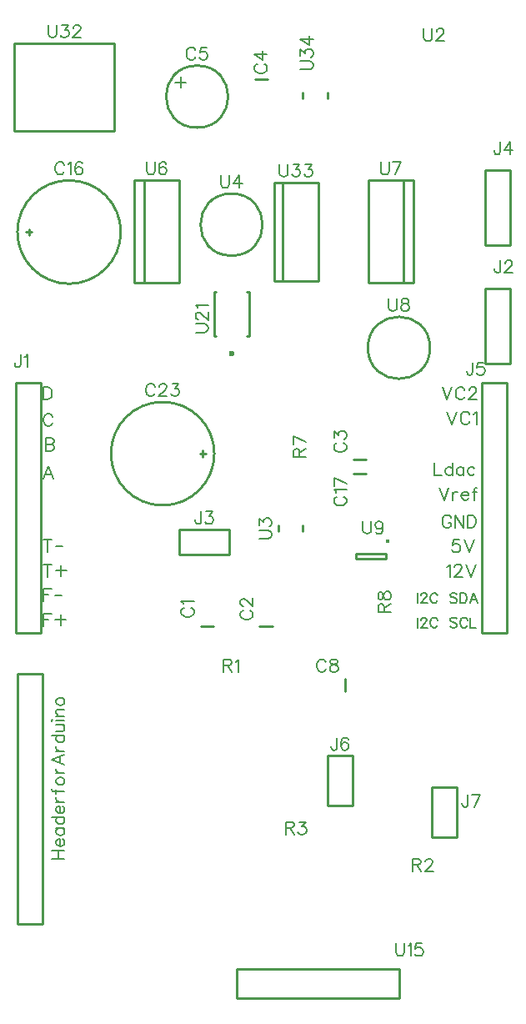
<source format=gbr>
G04 DipTrace 3.0.0.2*
G04 TopSilk.gbr*
%MOMM*%
G04 #@! TF.FileFunction,Legend,Top*
G04 #@! TF.Part,Single*
%ADD10C,0.25*%
%ADD28O,0.39127X0.39172*%
%ADD32O,0.59978X0.60023*%
%ADD73C,0.19608*%
%ADD74C,0.15686*%
%FSLAX35Y35*%
G04*
G71*
G90*
G75*
G01*
G04 TopSilk*
%LPD*%
X1154996Y4779949D2*
D10*
X1409000D1*
Y7320051D1*
X1154996D1*
Y4779949D1*
X3164950Y4844947D2*
X3035050D1*
X3764950D2*
X3635050D1*
X4714950Y6544947D2*
X4585050D1*
X3590050Y10400053D2*
X3719950D1*
X4505053Y4314950D2*
Y4185050D1*
X4585050Y6395053D2*
X4714950D1*
X2819000Y5573000D2*
X3327000D1*
Y5827000D1*
X2819000D1*
Y5573000D1*
X3402984Y1369007D2*
X5053945D1*
Y1069000D1*
X3402984D1*
Y1369007D1*
X1172996Y1822949D2*
X1427000D1*
Y4363051D1*
X1172996D1*
Y1822949D1*
X3824990Y5810080D2*
Y5869920D1*
X4075010Y5810080D2*
Y5869920D1*
X3350000Y8610000D2*
G02X3350000Y8610000I0J315000D01*
G01*
X3000000Y9910000D2*
G02X3000000Y9910000I0J315000D01*
G01*
X2460142Y8334000D2*
Y9374000D1*
X2360000Y8334000D2*
Y9374000D1*
X2820000Y8334000D2*
Y9374000D1*
Y8334000D2*
X2360000D1*
X2820000Y9374000D2*
X2360000D1*
X5099451Y9373980D2*
Y8333980D1*
X5199593Y9373980D2*
Y8333980D1*
X4739593Y9373980D2*
Y8333980D1*
Y9373980D2*
X5199593D1*
X4739593Y8333980D2*
X5199593D1*
X5365000Y7675000D2*
G02X5365000Y7675000I-315000J0D01*
G01*
D28*
X4938356Y5707361D3*
X4914986Y5580000D2*
D10*
X4615000D1*
Y5530000D1*
X4914986D1*
Y5580000D1*
X1175000Y8850000D2*
G02X1175000Y8850000I525000J0D01*
G01*
X1291340Y8819970D2*
Y8880030D1*
X1261310Y8850000D2*
X1321265D1*
X3169992Y7794991D2*
Y8245008D1*
X3530002Y7794991D2*
Y8245008D1*
X3169992D2*
X3195012D1*
X3169992Y7794991D2*
X3195012D1*
X3504981Y8245008D2*
X3530002D1*
X3504981Y7794991D2*
X3530002D1*
D32*
X3349997Y7612511D3*
X2125000Y6600000D2*
D10*
G02X2125000Y6600000I525000J0D01*
G01*
X3058660Y6630030D2*
Y6569970D1*
X3088690Y6600000D2*
X3028735D1*
X2154000Y9873000D2*
X1138000D1*
Y10762025D1*
X2154000D1*
Y9873000D1*
X3780000Y8354000D2*
X4230000D1*
Y9354000D1*
X3780000D1*
Y8354000D1*
X3870000D2*
Y9354000D1*
X4325010Y10269920D2*
Y10210080D1*
X4074990Y10269920D2*
Y10210080D1*
X6145004Y7320051D2*
X5891000D1*
Y4779949D1*
X6145004D1*
Y7320051D1*
X6177013Y8276952D2*
X5923000D1*
Y7515048D1*
X6177013D1*
Y8276952D1*
Y9476952D2*
X5923000D1*
Y8715048D1*
X6177013D1*
Y9476952D1*
X4323000Y3531000D2*
X4577000D1*
Y3023000D1*
X4323000D1*
Y3531000D1*
X5636700Y2704343D2*
X5382700D1*
Y3212343D1*
X5636700D1*
Y2704343D1*
X1207804Y7603987D2*
D73*
Y7506840D1*
X1201767Y7488590D1*
X1195590Y7482554D1*
X1183517Y7476377D1*
X1171304D1*
X1159231Y7482554D1*
X1153194Y7488590D1*
X1147017Y7506840D1*
Y7518914D1*
X1247019Y7579560D2*
X1259233Y7585737D1*
X1277483Y7603846D1*
Y7476377D1*
X2869337Y5035689D2*
X2857264Y5029652D1*
X2845050Y5017439D1*
X2839013Y5005366D1*
Y4981079D1*
X2845050Y4968866D1*
X2857263Y4956793D1*
X2869336Y4950616D1*
X2887586Y4944579D1*
X2918050D1*
X2936160Y4950616D1*
X2948373Y4956793D1*
X2960446Y4968866D1*
X2966623Y4981079D1*
Y5005366D1*
X2960446Y5017439D1*
X2948373Y5029652D1*
X2936160Y5035689D1*
X2863440Y5074904D2*
X2857264Y5087118D1*
X2839154Y5105368D1*
X2966623D1*
X3469337Y5008384D2*
X3457264Y5002347D1*
X3445050Y4990134D1*
X3439013Y4978061D1*
Y4953774D1*
X3445050Y4941561D1*
X3457263Y4929488D1*
X3469336Y4923311D1*
X3487586Y4917274D1*
X3518050D1*
X3536160Y4923311D1*
X3548373Y4929488D1*
X3560446Y4941561D1*
X3566623Y4953774D1*
Y4978061D1*
X3560446Y4990134D1*
X3548373Y5002347D1*
X3536160Y5008384D1*
X3469477Y5053777D2*
X3463440D1*
X3451227Y5059813D1*
X3445190Y5065850D1*
X3439154Y5078063D1*
Y5102350D1*
X3445190Y5114423D1*
X3451227Y5120459D1*
X3463440Y5126636D1*
X3475514D1*
X3487727Y5120459D1*
X3505837Y5108386D1*
X3566623Y5047599D1*
Y5132673D1*
X4419337Y6708384D2*
X4407264Y6702347D1*
X4395050Y6690134D1*
X4389013Y6678061D1*
Y6653774D1*
X4395050Y6641561D1*
X4407263Y6629488D1*
X4419336Y6623311D1*
X4437586Y6617274D1*
X4468050D1*
X4486160Y6623311D1*
X4498373Y6629488D1*
X4510446Y6641561D1*
X4516623Y6653774D1*
Y6678061D1*
X4510446Y6690134D1*
X4498373Y6702347D1*
X4486160Y6708384D1*
X4389154Y6759813D2*
Y6826496D1*
X4437727Y6790136D1*
Y6808386D1*
X4443764Y6820459D1*
X4449800Y6826496D1*
X4468050Y6832673D1*
X4480123D1*
X4498373Y6826496D1*
X4510587Y6814423D1*
X4516623Y6796173D1*
Y6777923D1*
X4510587Y6759813D1*
X4504410Y6753776D1*
X4492337Y6747600D1*
X3613057Y10555916D2*
X3600984Y10549879D1*
X3588770Y10537666D1*
X3582733Y10525593D1*
Y10501306D1*
X3588770Y10489093D1*
X3600983Y10477020D1*
X3613056Y10470843D1*
X3631306Y10464806D1*
X3661770D1*
X3679880Y10470843D1*
X3692093Y10477020D1*
X3704166Y10489093D1*
X3710343Y10501306D1*
Y10525593D1*
X3704166Y10537666D1*
X3692093Y10549879D1*
X3679880Y10555916D1*
X3710343Y10655918D2*
X3582874D1*
X3667807Y10595131D1*
Y10686241D1*
X4308507Y4480664D2*
X4302471Y4492737D1*
X4290257Y4504950D1*
X4278184Y4510987D1*
X4253898D1*
X4241684Y4504950D1*
X4229611Y4492737D1*
X4223434Y4480664D1*
X4217398Y4462414D1*
Y4431950D1*
X4223434Y4413840D1*
X4229611Y4401627D1*
X4241684Y4389554D1*
X4253898Y4383377D1*
X4278184D1*
X4290257Y4389554D1*
X4302471Y4401627D1*
X4308507Y4413840D1*
X4378046Y4510846D2*
X4359936Y4504810D1*
X4353760Y4492737D1*
Y4480523D1*
X4359936Y4468450D1*
X4372010Y4462273D1*
X4396296Y4456237D1*
X4414546Y4450200D1*
X4426619Y4437987D1*
X4432656Y4425914D1*
Y4407664D1*
X4426619Y4395590D1*
X4420583Y4389414D1*
X4402333Y4383377D1*
X4378046D1*
X4359936Y4389414D1*
X4353760Y4395590D1*
X4347723Y4407664D1*
Y4425914D1*
X4353760Y4437987D1*
X4365973Y4450200D1*
X4384083Y4456237D1*
X4408369Y4462273D1*
X4420583Y4468450D1*
X4426619Y4480523D1*
Y4492737D1*
X4420583Y4504810D1*
X4402333Y4510846D1*
X4378046D1*
X4419337Y6163598D2*
X4407264Y6157561D1*
X4395050Y6145348D1*
X4389013Y6133275D1*
Y6108988D1*
X4395050Y6096775D1*
X4407263Y6084702D1*
X4419336Y6078525D1*
X4437586Y6072488D1*
X4468050D1*
X4486160Y6078525D1*
X4498373Y6084702D1*
X4510446Y6096775D1*
X4516623Y6108988D1*
Y6133275D1*
X4510446Y6145348D1*
X4498373Y6157561D1*
X4486160Y6163598D1*
X4413440Y6202813D2*
X4407264Y6215027D1*
X4389154Y6233277D1*
X4516623D1*
Y6296779D2*
X4389154Y6357566D1*
Y6272492D1*
X3041249Y6012987D2*
Y5915840D1*
X3035212Y5897590D1*
X3029035Y5891554D1*
X3016962Y5885377D1*
X3004749D1*
X2992676Y5891554D1*
X2986639Y5897590D1*
X2980462Y5915840D1*
Y5927914D1*
X3092678Y6012846D2*
X3159361D1*
X3123001Y5964273D1*
X3141251D1*
X3153324Y5958237D1*
X3159361Y5952200D1*
X3165538Y5933950D1*
Y5921877D1*
X3159361Y5903627D1*
X3147288Y5891414D1*
X3129038Y5885377D1*
X3110788D1*
X3092678Y5891414D1*
X3086641Y5897590D1*
X3080465Y5909664D1*
X5018493Y1626690D2*
Y1535580D1*
X5024529Y1517330D1*
X5036743Y1505257D1*
X5054993Y1499080D1*
X5067066D1*
X5085316Y1505257D1*
X5097529Y1517330D1*
X5103566Y1535580D1*
Y1626690D1*
X5142782Y1602263D2*
X5154995Y1608440D1*
X5173245Y1626550D1*
Y1499080D1*
X5285320Y1626550D2*
X5224674D1*
X5218638Y1571940D1*
X5224674Y1577976D1*
X5242924Y1584153D1*
X5261034D1*
X5279284Y1577976D1*
X5291497Y1565903D1*
X5297534Y1547653D1*
Y1535580D1*
X5291497Y1517330D1*
X5279284Y1505117D1*
X5261034Y1499080D1*
X5242924D1*
X5224674Y1505117D1*
X5218638Y1511294D1*
X5212461Y1523367D1*
X1526070Y2488281D2*
X1653680D1*
X1526070Y2573354D2*
X1653680D1*
X1586857Y2488281D2*
Y2573354D1*
X1605107Y2612569D2*
Y2685429D1*
X1592893D1*
X1580680Y2679392D1*
X1574643Y2673356D1*
X1568607Y2661142D1*
Y2642892D1*
X1574643Y2630819D1*
X1586857Y2618606D1*
X1605107Y2612569D1*
X1617180D1*
X1635430Y2618606D1*
X1647503Y2630819D1*
X1653680Y2642892D1*
Y2661142D1*
X1647503Y2673356D1*
X1635430Y2685429D1*
X1568607Y2797504D2*
X1653680D1*
X1586857D2*
X1574643Y2785431D1*
X1568607Y2773218D1*
Y2755108D1*
X1574643Y2742895D1*
X1586857Y2730821D1*
X1605107Y2724645D1*
X1617180D1*
X1635430Y2730821D1*
X1647503Y2742895D1*
X1653680Y2755108D1*
Y2773218D1*
X1647503Y2785431D1*
X1635430Y2797504D1*
X1526070Y2909579D2*
X1653680D1*
X1586857D2*
X1574643Y2897506D1*
X1568607Y2885293D1*
Y2867043D1*
X1574643Y2854970D1*
X1586857Y2842756D1*
X1605107Y2836720D1*
X1617180D1*
X1635430Y2842756D1*
X1647503Y2854970D1*
X1653680Y2867043D1*
Y2885293D1*
X1647503Y2897506D1*
X1635430Y2909579D1*
X1605107Y2948795D2*
Y3021655D1*
X1592893D1*
X1580680Y3015618D1*
X1574643Y3009582D1*
X1568607Y2997368D1*
Y2979118D1*
X1574643Y2967045D1*
X1586857Y2954832D1*
X1605107Y2948795D1*
X1617180D1*
X1635430Y2954832D1*
X1647503Y2967045D1*
X1653680Y2979118D1*
Y2997368D1*
X1647503Y3009582D1*
X1635430Y3021655D1*
X1568607Y3060870D2*
X1653680D1*
X1605107D2*
X1586857Y3067047D1*
X1574643Y3079120D1*
X1568607Y3091334D1*
Y3109584D1*
X1526070Y3197373D2*
Y3185300D1*
X1532107Y3173086D1*
X1550357Y3167050D1*
X1653680D1*
X1568607Y3148800D2*
Y3191336D1*
Y3266911D2*
X1574643Y3254838D1*
X1586857Y3242625D1*
X1605107Y3236588D1*
X1617180D1*
X1635430Y3242625D1*
X1647503Y3254838D1*
X1653680Y3266911D1*
Y3285161D1*
X1647503Y3297375D1*
X1635430Y3309448D1*
X1617180Y3315625D1*
X1605107D1*
X1586857Y3309448D1*
X1574643Y3297375D1*
X1568607Y3285161D1*
Y3266911D1*
Y3354841D2*
X1653680D1*
X1605107D2*
X1586857Y3361017D1*
X1574643Y3373091D1*
X1568607Y3385304D1*
Y3403554D1*
X1653680Y3540056D2*
X1526070Y3491343D1*
X1653680Y3442770D1*
X1611143Y3461020D2*
Y3521806D1*
X1568607Y3579272D2*
X1653680D1*
X1605107D2*
X1586857Y3585449D1*
X1574643Y3597522D1*
X1568607Y3609735D1*
Y3627985D1*
X1526070Y3740061D2*
X1653680D1*
X1586857D2*
X1574643Y3727988D1*
X1568607Y3715774D1*
Y3697524D1*
X1574643Y3685451D1*
X1586857Y3673238D1*
X1605107Y3667201D1*
X1617180D1*
X1635430Y3673238D1*
X1647503Y3685451D1*
X1653680Y3697524D1*
Y3715774D1*
X1647503Y3727988D1*
X1635430Y3740061D1*
X1568607Y3779276D2*
X1629393D1*
X1647503Y3785313D1*
X1653680Y3797526D1*
Y3815776D1*
X1647503Y3827849D1*
X1629393Y3846099D1*
X1568607D2*
X1653680D1*
X1526070Y3885315D2*
X1532107Y3891352D1*
X1526070Y3897529D1*
X1519893Y3891352D1*
X1526070Y3885315D1*
X1568607Y3891352D2*
X1653680D1*
X1568607Y3936744D2*
X1653680D1*
X1592893D2*
X1574643Y3954994D1*
X1568607Y3967208D1*
Y3985317D1*
X1574643Y3997531D1*
X1592893Y4003567D1*
X1653680D1*
X1568607Y4073106D2*
X1574643Y4061033D1*
X1586857Y4048820D1*
X1605107Y4042783D1*
X1617180D1*
X1635430Y4048820D1*
X1647503Y4061033D1*
X1653680Y4073106D1*
Y4091356D1*
X1647503Y4103570D1*
X1635430Y4115643D1*
X1617180Y4121820D1*
X1605107D1*
X1586857Y4115643D1*
X1574643Y4103570D1*
X1568607Y4091356D1*
Y4073106D1*
X3267624Y4450200D2*
X3322234D1*
X3340484Y4456377D1*
X3346660Y4462414D1*
X3352697Y4474487D1*
Y4486700D1*
X3346660Y4498773D1*
X3340484Y4504950D1*
X3322234Y4510987D1*
X3267624D1*
Y4383377D1*
X3310160Y4450200D2*
X3352697Y4383377D1*
X3391913Y4486560D2*
X3404126Y4492737D1*
X3422376Y4510846D1*
Y4383377D1*
X4039933Y6567096D2*
Y6621706D1*
X4033756Y6639956D1*
X4027720Y6646133D1*
X4015647Y6652169D1*
X4003433D1*
X3991360Y6646133D1*
X3985183Y6639956D1*
X3979147Y6621706D1*
Y6567096D1*
X4106756D1*
X4039933Y6609633D2*
X4106756Y6652169D1*
Y6715671D2*
X3979287Y6776458D1*
Y6691385D1*
X4899800Y4990390D2*
Y5044999D1*
X4893623Y5063249D1*
X4887587Y5069426D1*
X4875514Y5075463D1*
X4863300D1*
X4851227Y5069426D1*
X4845050Y5063249D1*
X4839013Y5044999D1*
Y4990390D1*
X4966623D1*
X4899800Y5032926D2*
X4966623Y5075462D1*
X4839154Y5145001D2*
X4845190Y5126892D1*
X4857264Y5120715D1*
X4869477D1*
X4881550Y5126892D1*
X4887727Y5138965D1*
X4893764Y5163251D1*
X4899800Y5181501D1*
X4912014Y5193574D1*
X4924087Y5199611D1*
X4942337D1*
X4954410Y5193574D1*
X4960587Y5187538D1*
X4966623Y5169288D1*
Y5145001D1*
X4960587Y5126892D1*
X4954410Y5120715D1*
X4942337Y5114678D1*
X4924087D1*
X4912014Y5120715D1*
X4899800Y5132928D1*
X4893764Y5151038D1*
X4887727Y5175324D1*
X4881550Y5187538D1*
X4869477Y5193574D1*
X4857264D1*
X4845190Y5187538D1*
X4839154Y5169288D1*
Y5145001D1*
X5302209Y10916043D2*
Y10824934D1*
X5308246Y10806684D1*
X5320459Y10794611D1*
X5338709Y10788434D1*
X5350782D1*
X5369032Y10794611D1*
X5381246Y10806684D1*
X5387282Y10824934D1*
Y10916043D1*
X5432675Y10885580D2*
Y10891616D1*
X5438711Y10903830D1*
X5444748Y10909866D1*
X5456961Y10915903D1*
X5481248D1*
X5493321Y10909866D1*
X5499357Y10903830D1*
X5505534Y10891616D1*
Y10879543D1*
X5499357Y10867330D1*
X5487284Y10849220D1*
X5426498Y10788434D1*
X5511571D1*
X3629013Y5735319D2*
X3720123D1*
X3738373Y5741356D1*
X3750446Y5753569D1*
X3756623Y5771819D1*
Y5783892D1*
X3750446Y5802142D1*
X3738373Y5814356D1*
X3720123Y5820392D1*
X3629014D1*
X3629154Y5871822D2*
Y5938504D1*
X3677727Y5902145D1*
Y5920394D1*
X3683764Y5932468D1*
X3689800Y5938504D1*
X3708050Y5944681D1*
X3720123D1*
X3738373Y5938504D1*
X3750587Y5926431D1*
X3756623Y5908181D1*
Y5889931D1*
X3750587Y5871821D1*
X3744410Y5865785D1*
X3732337Y5859608D1*
X3242301Y9425987D2*
Y9334877D1*
X3248337Y9316627D1*
X3260551Y9304554D1*
X3278801Y9298377D1*
X3290874D1*
X3309124Y9304554D1*
X3321337Y9316627D1*
X3327374Y9334877D1*
Y9425987D1*
X3427376Y9298377D2*
Y9425846D1*
X3366590Y9340914D1*
X3457699D1*
X2983410Y10695664D2*
X2977374Y10707737D1*
X2965160Y10719950D1*
X2953087Y10725987D1*
X2928801D1*
X2916587Y10719950D1*
X2904514Y10707737D1*
X2898337Y10695664D1*
X2892301Y10677414D1*
Y10646950D1*
X2898337Y10628840D1*
X2904514Y10616627D1*
X2916587Y10604554D1*
X2928801Y10598377D1*
X2953087D1*
X2965160Y10604554D1*
X2977374Y10616627D1*
X2983410Y10628840D1*
X3095486Y10725846D2*
X3034840D1*
X3028803Y10671237D1*
X3034840Y10677273D1*
X3053090Y10683450D1*
X3071199D1*
X3089449Y10677273D1*
X3101663Y10665200D1*
X3107699Y10646950D1*
Y10634877D1*
X3101663Y10616627D1*
X3089449Y10604414D1*
X3071199Y10598377D1*
X3053090D1*
X3034840Y10604414D1*
X3028803Y10610590D1*
X3022626Y10622664D1*
X2488408Y9559987D2*
Y9468877D1*
X2494444Y9450627D1*
X2506658Y9438554D1*
X2524908Y9432377D1*
X2536981D1*
X2555231Y9438554D1*
X2567444Y9450627D1*
X2573481Y9468877D1*
Y9559987D1*
X2685556Y9541737D2*
X2679519Y9553810D1*
X2661269Y9559846D1*
X2649196D1*
X2630946Y9553810D1*
X2618733Y9535560D1*
X2612696Y9505237D1*
Y9474914D1*
X2618733Y9450627D1*
X2630946Y9438414D1*
X2649196Y9432377D1*
X2655233D1*
X2673342Y9438414D1*
X2685556Y9450627D1*
X2691592Y9468877D1*
Y9474914D1*
X2685556Y9493164D1*
X2673342Y9505237D1*
X2655233Y9511273D1*
X2649196D1*
X2630946Y9505237D1*
X2618733Y9493164D1*
X2612696Y9474914D1*
X4864912Y9559967D2*
Y9468857D1*
X4870949Y9450607D1*
X4883162Y9438534D1*
X4901412Y9432357D1*
X4913485D1*
X4931735Y9438534D1*
X4943949Y9450607D1*
X4949985Y9468857D1*
Y9559967D1*
X5013488Y9432357D2*
X5074274Y9559826D1*
X4989201D1*
X4945389Y8175987D2*
Y8084877D1*
X4951426Y8066627D1*
X4963639Y8054554D1*
X4981889Y8048377D1*
X4993962D1*
X5012212Y8054554D1*
X5024426Y8066627D1*
X5030462Y8084877D1*
Y8175987D1*
X5100001Y8175846D2*
X5081891Y8169810D1*
X5075715Y8157737D1*
Y8145523D1*
X5081891Y8133450D1*
X5093965Y8127273D1*
X5118251Y8121237D1*
X5136501Y8115200D1*
X5148574Y8102987D1*
X5154611Y8090914D1*
Y8072664D1*
X5148574Y8060590D1*
X5142538Y8054414D1*
X5124288Y8048377D1*
X5100001D1*
X5081891Y8054414D1*
X5075715Y8060590D1*
X5069678Y8072664D1*
Y8090914D1*
X5075715Y8102987D1*
X5087928Y8115200D1*
X5106038Y8121237D1*
X5130324Y8127273D1*
X5142538Y8133450D1*
X5148574Y8145523D1*
Y8157737D1*
X5142538Y8169810D1*
X5124288Y8175846D1*
X5100001D1*
X4684797Y5912933D2*
Y5821824D1*
X4690834Y5803574D1*
X4703047Y5791501D1*
X4721297Y5785324D1*
X4733370D1*
X4751620Y5791501D1*
X4763834Y5803574D1*
X4769870Y5821824D1*
Y5912933D1*
X4888123Y5870397D2*
X4881946Y5852147D1*
X4869873Y5839933D1*
X4851623Y5833897D1*
X4845586D1*
X4827336Y5839933D1*
X4815263Y5852147D1*
X4809086Y5870397D1*
Y5876433D1*
X4815263Y5894683D1*
X4827336Y5906756D1*
X4845586Y5912793D1*
X4851623D1*
X4869873Y5906756D1*
X4881946Y5894683D1*
X4888123Y5870397D1*
Y5839933D1*
X4881946Y5809610D1*
X4869873Y5791360D1*
X4851623Y5785324D1*
X4839550D1*
X4821300Y5791360D1*
X4815263Y5803574D1*
X1651659Y9530664D2*
X1645623Y9542737D1*
X1633409Y9554950D1*
X1621336Y9560987D1*
X1597050D1*
X1584836Y9554950D1*
X1572763Y9542737D1*
X1566586Y9530664D1*
X1560550Y9512414D1*
Y9481950D1*
X1566586Y9463840D1*
X1572763Y9451627D1*
X1584836Y9439554D1*
X1597050Y9433377D1*
X1621336D1*
X1633409Y9439554D1*
X1645623Y9451627D1*
X1651659Y9463840D1*
X1690875Y9536560D2*
X1703088Y9542737D1*
X1721338Y9560846D1*
Y9433377D1*
X1833414Y9542737D2*
X1827377Y9554810D1*
X1809127Y9560846D1*
X1797054D1*
X1778804Y9554810D1*
X1766591Y9536560D1*
X1760554Y9506237D1*
Y9475914D1*
X1766591Y9451627D1*
X1778804Y9439414D1*
X1797054Y9433377D1*
X1803091D1*
X1821200Y9439414D1*
X1833414Y9451627D1*
X1839450Y9469877D1*
Y9475914D1*
X1833414Y9494164D1*
X1821200Y9506237D1*
X1803091Y9512273D1*
X1797054D1*
X1778804Y9506237D1*
X1766591Y9494164D1*
X1760554Y9475914D1*
X2984005Y7831730D2*
X3075115D1*
X3093365Y7837766D1*
X3105438Y7849980D1*
X3111615Y7868230D1*
Y7880303D1*
X3105438Y7898553D1*
X3093365Y7910766D1*
X3075115Y7916803D1*
X2984005D1*
X3014469Y7962195D2*
X3008432D1*
X2996219Y7968232D1*
X2990182Y7974268D1*
X2984146Y7986482D1*
Y8010768D1*
X2990182Y8022841D1*
X2996219Y8028878D1*
X3008432Y8035055D1*
X3020505D1*
X3032719Y8028878D1*
X3050828Y8016805D1*
X3111615Y7956018D1*
Y8041091D1*
X3008432Y8080307D2*
X3002255Y8092521D1*
X2984146Y8110771D1*
X3111615D1*
X2571266Y7280664D2*
X2565230Y7292737D1*
X2553016Y7304950D1*
X2540943Y7310987D1*
X2516656D1*
X2504443Y7304950D1*
X2492370Y7292737D1*
X2486193Y7280664D1*
X2480156Y7262414D1*
Y7231950D1*
X2486193Y7213840D1*
X2492370Y7201627D1*
X2504443Y7189554D1*
X2516656Y7183377D1*
X2540943D1*
X2553016Y7189554D1*
X2565230Y7201627D1*
X2571266Y7213840D1*
X2616659Y7280523D2*
Y7286560D1*
X2622695Y7298773D1*
X2628732Y7304810D1*
X2640945Y7310846D1*
X2665232D1*
X2677305Y7304810D1*
X2683341Y7298773D1*
X2689518Y7286560D1*
Y7274487D1*
X2683341Y7262273D1*
X2671268Y7244164D1*
X2610482Y7183377D1*
X2695555D1*
X2746984Y7310846D2*
X2813667D1*
X2777307Y7262273D1*
X2795557D1*
X2807630Y7256237D1*
X2813667Y7250200D1*
X2819844Y7231950D1*
Y7219877D1*
X2813667Y7201627D1*
X2801594Y7189414D1*
X2783344Y7183377D1*
X2765094D1*
X2746984Y7189414D1*
X2740947Y7195590D1*
X2734770Y7207664D1*
X1487951Y10951823D2*
Y10860714D1*
X1493988Y10842464D1*
X1506201Y10830391D1*
X1524451Y10824214D1*
X1536524D1*
X1554774Y10830391D1*
X1566988Y10842464D1*
X1573024Y10860714D1*
Y10951823D1*
X1624454Y10951683D2*
X1691136D1*
X1654777Y10903110D1*
X1673027D1*
X1685100Y10897073D1*
X1691136Y10891037D1*
X1697313Y10872787D1*
Y10860714D1*
X1691136Y10842464D1*
X1679063Y10830250D1*
X1660813Y10824214D1*
X1642563D1*
X1624454Y10830250D1*
X1618417Y10836427D1*
X1612240Y10848500D1*
X1742706Y10921360D2*
Y10927396D1*
X1748742Y10939610D1*
X1754779Y10945646D1*
X1766992Y10951683D1*
X1791279D1*
X1803352Y10945646D1*
X1809389Y10939610D1*
X1815565Y10927396D1*
Y10915323D1*
X1809389Y10903110D1*
X1797315Y10885000D1*
X1736529Y10824214D1*
X1821602D1*
X3838175Y9539987D2*
Y9448877D1*
X3844211Y9430627D1*
X3856425Y9418554D1*
X3874675Y9412377D1*
X3886748D1*
X3904998Y9418554D1*
X3917211Y9430627D1*
X3923248Y9448877D1*
Y9539987D1*
X3974677Y9539846D2*
X4041360D1*
X4005000Y9491273D1*
X4023250D1*
X4035323Y9485237D1*
X4041360Y9479200D1*
X4047537Y9460950D1*
Y9448877D1*
X4041360Y9430627D1*
X4029287Y9418414D1*
X4011037Y9412377D1*
X3992787D1*
X3974677Y9418414D1*
X3968640Y9424590D1*
X3962463Y9436664D1*
X4098966Y9539846D2*
X4165648D1*
X4129289Y9491273D1*
X4147539D1*
X4159612Y9485237D1*
X4165648Y9479200D1*
X4171825Y9460950D1*
Y9448877D1*
X4165648Y9430627D1*
X4153575Y9418414D1*
X4135325Y9412377D1*
X4117075D1*
X4098966Y9418414D1*
X4092929Y9424590D1*
X4086752Y9436664D1*
X4050180Y10500263D2*
X4141290D1*
X4159540Y10506300D1*
X4171613Y10518513D1*
X4177790Y10536763D1*
Y10548836D1*
X4171613Y10567086D1*
X4159540Y10579300D1*
X4141290Y10585336D1*
X4050180D1*
X4050321Y10636766D2*
Y10703448D1*
X4098894Y10667089D1*
Y10685339D1*
X4104930Y10697412D1*
X4110967Y10703448D1*
X4129217Y10709625D1*
X4141290D1*
X4159540Y10703448D1*
X4171753Y10691375D1*
X4177790Y10673125D1*
Y10654875D1*
X4171753Y10636765D1*
X4165576Y10630729D1*
X4153503Y10624552D1*
X4177790Y10809627D2*
X4050321D1*
X4135253Y10748841D1*
Y10839950D1*
X5799419Y7527013D2*
Y7429867D1*
X5793382Y7411617D1*
X5787205Y7405581D1*
X5775132Y7399404D1*
X5762919D1*
X5750846Y7405581D1*
X5744809Y7411617D1*
X5738632Y7429867D1*
Y7441940D1*
X5911494Y7526873D2*
X5850848D1*
X5844811Y7472263D1*
X5850848Y7478300D1*
X5869098Y7484477D1*
X5887208D1*
X5905458Y7478300D1*
X5917671Y7466227D1*
X5923708Y7447977D1*
Y7435904D1*
X5917671Y7417654D1*
X5905458Y7405440D1*
X5887208Y7399404D1*
X5869098D1*
X5850848Y7405440D1*
X5844811Y7411617D1*
X5838635Y7423690D1*
X6081749Y8562987D2*
Y8465840D1*
X6075712Y8447590D1*
X6069535Y8441554D1*
X6057462Y8435377D1*
X6045249D1*
X6033176Y8441554D1*
X6027139Y8447590D1*
X6020962Y8465840D1*
Y8477914D1*
X6127141Y8532523D2*
Y8538560D1*
X6133178Y8550773D1*
X6139215Y8556810D1*
X6151428Y8562846D1*
X6175715D1*
X6187788Y8556810D1*
X6193824Y8550773D1*
X6200001Y8538560D1*
Y8526487D1*
X6193824Y8514273D1*
X6181751Y8496164D1*
X6120965Y8435377D1*
X6206038D1*
X6078731Y9762987D2*
Y9665840D1*
X6072694Y9647590D1*
X6066517Y9641554D1*
X6054444Y9635377D1*
X6042231D1*
X6030158Y9641554D1*
X6024121Y9647590D1*
X6017944Y9665840D1*
Y9677914D1*
X6178733Y9635377D2*
Y9762846D1*
X6117946Y9677914D1*
X6209056D1*
X5188832Y2425997D2*
X5243442D1*
X5261692Y2432174D1*
X5267869Y2438210D1*
X5273905Y2450283D1*
Y2462497D1*
X5267869Y2474570D1*
X5261692Y2480747D1*
X5243442Y2486783D1*
X5188832D1*
Y2359174D1*
X5231369Y2425997D2*
X5273905Y2359174D1*
X5319298Y2456320D2*
Y2462356D1*
X5325335Y2474570D1*
X5331371Y2480606D1*
X5343585Y2486643D1*
X5367871D1*
X5379944Y2480606D1*
X5385981Y2474570D1*
X5392158Y2462356D1*
Y2450283D1*
X5385981Y2438070D1*
X5373908Y2419960D1*
X5313121Y2359174D1*
X5398194D1*
X3900319Y2800200D2*
X3954929D1*
X3973179Y2806377D1*
X3979356Y2812414D1*
X3985392Y2824487D1*
Y2836700D1*
X3979356Y2848773D1*
X3973179Y2854950D1*
X3954929Y2860987D1*
X3900319D1*
Y2733377D1*
X3942856Y2800200D2*
X3985392Y2733377D1*
X4036821Y2860846D2*
X4103504D1*
X4067144Y2812273D1*
X4085394D1*
X4097467Y2806237D1*
X4103504Y2800200D1*
X4109681Y2781950D1*
Y2769877D1*
X4103504Y2751627D1*
X4091431Y2739414D1*
X4073181Y2733377D1*
X4054931D1*
X4036821Y2739414D1*
X4030785Y2745590D1*
X4024608Y2757664D1*
X4421337Y3716987D2*
Y3619840D1*
X4415301Y3601590D1*
X4409124Y3595554D1*
X4397051Y3589377D1*
X4384837D1*
X4372764Y3595554D1*
X4366728Y3601590D1*
X4360551Y3619840D1*
Y3631914D1*
X4533413Y3698737D2*
X4527376Y3710810D1*
X4509126Y3716846D1*
X4497053D1*
X4478803Y3710810D1*
X4466590Y3692560D1*
X4460553Y3662237D1*
Y3631914D1*
X4466590Y3607627D1*
X4478803Y3595414D1*
X4497053Y3589377D1*
X4503090D1*
X4521199Y3595414D1*
X4533413Y3607627D1*
X4539449Y3625877D1*
Y3631914D1*
X4533413Y3650164D1*
X4521199Y3662237D1*
X4503090Y3668273D1*
X4497053D1*
X4478803Y3662237D1*
X4466590Y3650164D1*
X4460553Y3631914D1*
X5751636Y3141133D2*
Y3043987D1*
X5745599Y3025737D1*
X5739422Y3019701D1*
X5727349Y3013524D1*
X5715136D1*
X5703062Y3019701D1*
X5697026Y3025737D1*
X5690849Y3043987D1*
Y3056060D1*
X5815138Y3013524D2*
X5875924Y3140993D1*
X5790851D1*
X1440197Y7276532D2*
Y7148922D1*
X1482734D1*
X1500984Y7155099D1*
X1513197Y7167172D1*
X1519234Y7179385D1*
X1525270Y7197495D1*
Y7227959D1*
X1519234Y7246209D1*
X1513197Y7258282D1*
X1500984Y7270495D1*
X1482734Y7276532D1*
X1440197D1*
X1531307Y6976602D2*
X1525270Y6988675D1*
X1513057Y7000888D1*
X1500984Y7006925D1*
X1476697D1*
X1464484Y7000888D1*
X1452411Y6988675D1*
X1446234Y6976602D1*
X1440197Y6958352D1*
Y6927888D1*
X1446234Y6909779D1*
X1452411Y6897565D1*
X1464484Y6885492D1*
X1476697Y6879315D1*
X1500984D1*
X1513057Y6885492D1*
X1525270Y6897565D1*
X1531307Y6909779D1*
X1459804Y6756925D2*
Y6629315D1*
X1514554D1*
X1532804Y6635492D1*
X1538840Y6641529D1*
X1544877Y6653602D1*
Y6671852D1*
X1538840Y6684065D1*
X1532804Y6690102D1*
X1514554Y6696138D1*
X1532804Y6702315D1*
X1538840Y6708352D1*
X1544877Y6720425D1*
Y6732638D1*
X1538840Y6744711D1*
X1532804Y6750888D1*
X1514554Y6756925D1*
X1459804D1*
Y6696138D2*
X1514554D1*
X1537484Y6348922D2*
X1488770Y6476532D1*
X1440197Y6348922D1*
X1458447Y6391459D2*
X1519234D1*
Y4976532D2*
X1440197D1*
Y4848922D1*
Y4915745D2*
X1488770D1*
X1613059Y4967336D2*
Y4857977D1*
X1558449Y4912586D2*
X1667809D1*
X1519234Y5226532D2*
X1440197D1*
Y5098922D1*
Y5165745D2*
X1488770D1*
X1558449Y5162657D2*
X1628642D1*
X1482734Y5476532D2*
Y5348922D1*
X1440197Y5476532D2*
X1525270D1*
X1619096Y5467336D2*
Y5357977D1*
X1564486Y5412586D2*
X1673846D1*
X1482734Y5726532D2*
Y5598922D1*
X1440197Y5726532D2*
X1525270D1*
X1564486Y5662657D2*
X1634678D1*
X5540197Y7026532D2*
X5588770Y6898922D1*
X5637343Y7026532D1*
X5767669Y6996209D2*
X5761632Y7008282D1*
X5749419Y7020495D1*
X5737346Y7026532D1*
X5713059D1*
X5700846Y7020495D1*
X5688773Y7008282D1*
X5682596Y6996209D1*
X5676559Y6977959D1*
Y6947495D1*
X5682596Y6929385D1*
X5688773Y6917172D1*
X5700846Y6905099D1*
X5713059Y6898922D1*
X5737346D1*
X5749419Y6905099D1*
X5761632Y6917172D1*
X5767669Y6929385D1*
X5806884Y7002105D2*
X5819098Y7008282D1*
X5837348Y7026391D1*
Y6898922D1*
X5490197Y7276532D2*
X5538770Y7148922D1*
X5587343Y7276532D1*
X5717669Y7246209D2*
X5711632Y7258282D1*
X5699419Y7270495D1*
X5687346Y7276532D1*
X5663059D1*
X5650846Y7270495D1*
X5638773Y7258282D1*
X5632596Y7246209D1*
X5626559Y7227959D1*
Y7197495D1*
X5632596Y7179385D1*
X5638773Y7167172D1*
X5650846Y7155099D1*
X5663059Y7148922D1*
X5687346D1*
X5699419Y7155099D1*
X5711632Y7167172D1*
X5717669Y7179385D1*
X5763061Y7246068D2*
Y7252105D1*
X5769098Y7264318D1*
X5775134Y7270355D1*
X5787348Y7276391D1*
X5811634D1*
X5823707Y7270355D1*
X5829744Y7264318D1*
X5835921Y7252105D1*
Y7240032D1*
X5829744Y7227818D1*
X5817671Y7209709D1*
X5756884Y7148922D1*
X5841957D1*
X5459804Y6256925D2*
X5508377Y6129315D1*
X5556950Y6256925D1*
X5596166Y6214388D2*
Y6129315D1*
Y6177888D2*
X5602343Y6196138D1*
X5614416Y6208352D1*
X5626629Y6214388D1*
X5644879D1*
X5684095Y6177888D2*
X5756955D1*
Y6190102D1*
X5750918Y6202315D1*
X5744881Y6208352D1*
X5732668Y6214388D1*
X5714418D1*
X5702345Y6208352D1*
X5690131Y6196138D1*
X5684095Y6177888D1*
Y6165815D1*
X5690131Y6147565D1*
X5702345Y6135492D1*
X5714418Y6129315D1*
X5732668D1*
X5744881Y6135492D1*
X5756955Y6147565D1*
X5844743Y6256925D2*
X5832670D1*
X5820457Y6250888D1*
X5814420Y6232638D1*
Y6129315D1*
X5796170Y6214388D2*
X5838707D1*
X5581307Y5946209D2*
X5575270Y5958282D1*
X5563057Y5970495D1*
X5550984Y5976532D1*
X5526697D1*
X5514484Y5970495D1*
X5502411Y5958282D1*
X5496234Y5946209D1*
X5490197Y5927959D1*
Y5897495D1*
X5496234Y5879385D1*
X5502411Y5867172D1*
X5514484Y5855099D1*
X5526697Y5848922D1*
X5550984D1*
X5563057Y5855099D1*
X5575270Y5867172D1*
X5581307Y5879385D1*
Y5897495D1*
X5550984D1*
X5705596Y5976532D2*
Y5848922D1*
X5620523Y5976532D1*
Y5848922D1*
X5744811Y5976532D2*
Y5848922D1*
X5787348D1*
X5805598Y5855099D1*
X5817811Y5867172D1*
X5823848Y5879385D1*
X5829884Y5897495D1*
Y5927959D1*
X5823848Y5946209D1*
X5817811Y5958282D1*
X5805598Y5970495D1*
X5787348Y5976532D1*
X5744811D1*
X5663057Y5726391D2*
X5602411D1*
X5596374Y5671782D1*
X5602411Y5677818D1*
X5620661Y5683995D1*
X5638770D1*
X5657020Y5677818D1*
X5669234Y5665745D1*
X5675270Y5647495D1*
Y5635422D1*
X5669234Y5617172D1*
X5657020Y5604959D1*
X5638770Y5598922D1*
X5620661D1*
X5602411Y5604959D1*
X5596374Y5611135D1*
X5590197Y5623209D1*
X5714486Y5726532D2*
X5763059Y5598922D1*
X5811632Y5726532D1*
X5540197Y5452105D2*
X5552411Y5458282D1*
X5570661Y5476391D1*
Y5348922D1*
X5616053Y5446068D2*
Y5452105D1*
X5622090Y5464318D1*
X5628126Y5470355D1*
X5640340Y5476391D1*
X5664626D1*
X5676699Y5470355D1*
X5682736Y5464318D1*
X5688913Y5452105D1*
Y5440032D1*
X5682736Y5427818D1*
X5670663Y5409709D1*
X5609876Y5348922D1*
X5694949D1*
X5734165Y5476532D2*
X5782738Y5348922D1*
X5831311Y5476532D1*
X5238236Y5185147D2*
D74*
Y5083059D1*
X5274551Y5160776D2*
Y5165605D1*
X5279380Y5175376D1*
X5284209Y5180205D1*
X5293980Y5185034D1*
X5313409D1*
X5323067Y5180205D1*
X5327897Y5175376D1*
X5332838Y5165605D1*
Y5155947D1*
X5327897Y5146176D1*
X5318238Y5131688D1*
X5269609Y5083059D1*
X5337667D1*
X5441928Y5160888D2*
X5437098Y5170547D1*
X5427328Y5180317D1*
X5417669Y5185147D1*
X5398240D1*
X5388469Y5180317D1*
X5378811Y5170547D1*
X5373869Y5160888D1*
X5369040Y5146288D1*
Y5121917D1*
X5373869Y5107430D1*
X5378811Y5097659D1*
X5388469Y5088000D1*
X5398240Y5083059D1*
X5417669D1*
X5427328Y5088000D1*
X5437098Y5097659D1*
X5441928Y5107430D1*
X5640116Y5170547D2*
X5630457Y5180317D1*
X5615857Y5185147D1*
X5596428D1*
X5581828Y5180317D1*
X5572057Y5170547D1*
Y5160888D1*
X5576999Y5151117D1*
X5581828Y5146288D1*
X5591487Y5141459D1*
X5620687Y5131688D1*
X5630457Y5126859D1*
X5635287Y5121917D1*
X5640116Y5112259D1*
Y5097659D1*
X5630457Y5088000D1*
X5615857Y5083059D1*
X5596428D1*
X5581828Y5088000D1*
X5572057Y5097659D1*
X5671488Y5185147D2*
Y5083059D1*
X5705518D1*
X5720118Y5088000D1*
X5729888Y5097659D1*
X5734718Y5107430D1*
X5739547Y5121917D1*
Y5146288D1*
X5734718Y5160888D1*
X5729888Y5170547D1*
X5720118Y5180317D1*
X5705518Y5185147D1*
X5671488D1*
X5848749Y5083059D2*
X5809778Y5185147D1*
X5770919Y5083059D1*
X5785519Y5117088D2*
X5834149D1*
X5238236Y4935147D2*
Y4833059D1*
X5274551Y4910776D2*
Y4915605D1*
X5279380Y4925376D1*
X5284209Y4930205D1*
X5293980Y4935034D1*
X5313409D1*
X5323067Y4930205D1*
X5327897Y4925376D1*
X5332838Y4915605D1*
Y4905947D1*
X5327897Y4896176D1*
X5318238Y4881688D1*
X5269609Y4833059D1*
X5337667D1*
X5441928Y4910888D2*
X5437098Y4920547D1*
X5427328Y4930317D1*
X5417669Y4935147D1*
X5398240D1*
X5388469Y4930317D1*
X5378811Y4920547D1*
X5373869Y4910888D1*
X5369040Y4896288D1*
Y4871917D1*
X5373869Y4857430D1*
X5378811Y4847659D1*
X5388469Y4838000D1*
X5398240Y4833059D1*
X5417669D1*
X5427328Y4838000D1*
X5437098Y4847659D1*
X5441928Y4857430D1*
X5640116Y4920547D2*
X5630457Y4930317D1*
X5615857Y4935147D1*
X5596428D1*
X5581828Y4930317D1*
X5572057Y4920547D1*
Y4910888D1*
X5576999Y4901117D1*
X5581828Y4896288D1*
X5591487Y4891459D1*
X5620687Y4881688D1*
X5630457Y4876859D1*
X5635287Y4871917D1*
X5640116Y4862259D1*
Y4847659D1*
X5630457Y4838000D1*
X5615857Y4833059D1*
X5596428D1*
X5581828Y4838000D1*
X5572057Y4847659D1*
X5744376Y4910888D2*
X5739547Y4920547D1*
X5729776Y4930317D1*
X5720118Y4935147D1*
X5700688D1*
X5690918Y4930317D1*
X5681259Y4920547D1*
X5676318Y4910888D1*
X5671488Y4896288D1*
Y4871917D1*
X5676318Y4857430D1*
X5681259Y4847659D1*
X5690918Y4838000D1*
X5700688Y4833059D1*
X5720118D1*
X5729776Y4838000D1*
X5739547Y4847659D1*
X5744376Y4857430D1*
X5775749Y4935147D2*
Y4833059D1*
X5834036D1*
X5409804Y6506925D2*
D73*
Y6379315D1*
X5482664D1*
X5594739Y6506925D2*
Y6379315D1*
Y6446138D2*
X5582666Y6458352D1*
X5570452Y6464388D1*
X5552202D1*
X5540129Y6458352D1*
X5527916Y6446138D1*
X5521879Y6427888D1*
Y6415815D1*
X5527916Y6397565D1*
X5540129Y6385492D1*
X5552202Y6379315D1*
X5570452D1*
X5582666Y6385492D1*
X5594739Y6397565D1*
X5706814Y6464388D2*
Y6379315D1*
Y6446138D2*
X5694741Y6458352D1*
X5682528Y6464388D1*
X5664418D1*
X5652205Y6458352D1*
X5640131Y6446138D1*
X5633955Y6427888D1*
Y6415815D1*
X5640131Y6397565D1*
X5652205Y6385492D1*
X5664418Y6379315D1*
X5682528D1*
X5694741Y6385492D1*
X5706814Y6397565D1*
X5819030Y6446138D2*
X5806816Y6458352D1*
X5794603Y6464388D1*
X5776493D1*
X5764280Y6458352D1*
X5752207Y6446138D1*
X5746030Y6427888D1*
Y6415815D1*
X5752207Y6397565D1*
X5764280Y6385492D1*
X5776493Y6379315D1*
X5794603D1*
X5806816Y6385492D1*
X5819030Y6397565D1*
X2834780Y10424756D2*
Y10315397D1*
X2780171Y10370006D2*
X2889530D1*
M02*

</source>
